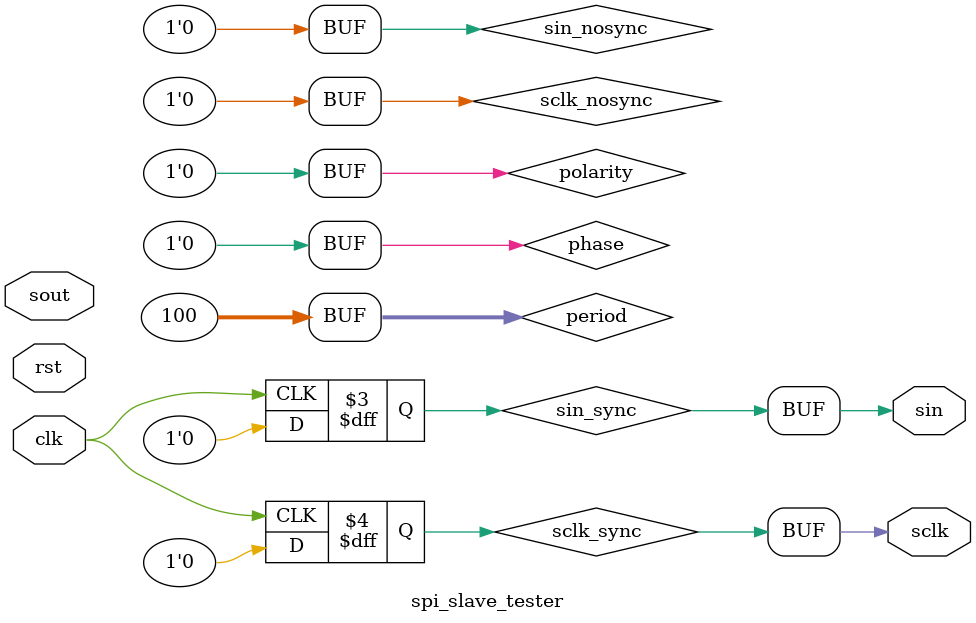
<source format=v>
/*
 * Copyright (c) 2019, Arm Limited and affiliates.
 * SPDX-License-Identifier: Apache-2.0
 *
 * Licensed under the Apache License, Version 2.0 (the "License");
 * you may not use this file except in compliance with the License.
 * You may obtain a copy of the License at
 *
 * http://www.apache.org/licenses/LICENSE-2.0
 *
 * Unless required by applicable law or agreed to in writing, software
 * distributed under the License is distributed on an "AS IS" BASIS,
 * WITHOUT WARRANTIES OR CONDITIONS OF ANY KIND, either express or implied.
 * See the License for the specific language governing permissions and
 * limitations under the License.
 */

// This is a utility module to test api slaves
//
// This allows SPI data to be sent and received
// from tests

module spi_slave_tester(
        input wire clk,
        input wire rst,
        input wire sout,
        output wire sin,
        output wire sclk
    );

    integer period;
    reg phase;
    reg polarity;

    task send;
        input reg [7:0] to_dut;
        reg [7:0] unused;
        begin
            transfer(to_dut, unused);
        end
    endtask

    task transfer;
        input reg [7:0] to_dut;
        output reg [7:0] from_dut;
        integer data_pos;

        begin
            data_pos = 7;
            from_dut = 0;
            if (phase == 0) begin
                repeat (8) begin

                    // Write data
                    sin_nosync = to_dut[data_pos];

                    // wait
                    #(period/2);

                    // Read on the first clock edge after idle
                    sclk_nosync = !polarity;
                    from_dut[data_pos] = sout;
                    data_pos = data_pos - 1;

                    // wait
                    #(period/2);

                    // Return to idle
                    sclk_nosync = polarity;

                end
            end else begin
                repeat (8) begin

                    // Write data on the first clock edge after idle
                    sclk_nosync = !polarity;
                    sin_nosync = to_dut[data_pos];

                    // wait
                    #(period/2);

                    // Read data on the second clock edge after idle
                    sclk_nosync = polarity;
                    from_dut[data_pos] = sout;
                    data_pos = data_pos - 1;

                    // wait
                    #(period/2);

                end
            end
        end
    endtask

    reg sin_sync;
    reg sin_nosync;
    reg sclk_sync;
    reg sclk_nosync;

    assign sin = sin_sync;
    assign sclk = sclk_sync;

    initial begin
        period = 100;
        phase = 0;
        polarity = 0;
        sin_sync = 0;
        sclk_sync = 0;
        sin_nosync = 0;
        sclk_nosync = 0;
    end

    always @(posedge clk) begin
        sin_sync <= sin_nosync;
        sclk_sync <= sclk_nosync;
    end

endmodule

</source>
